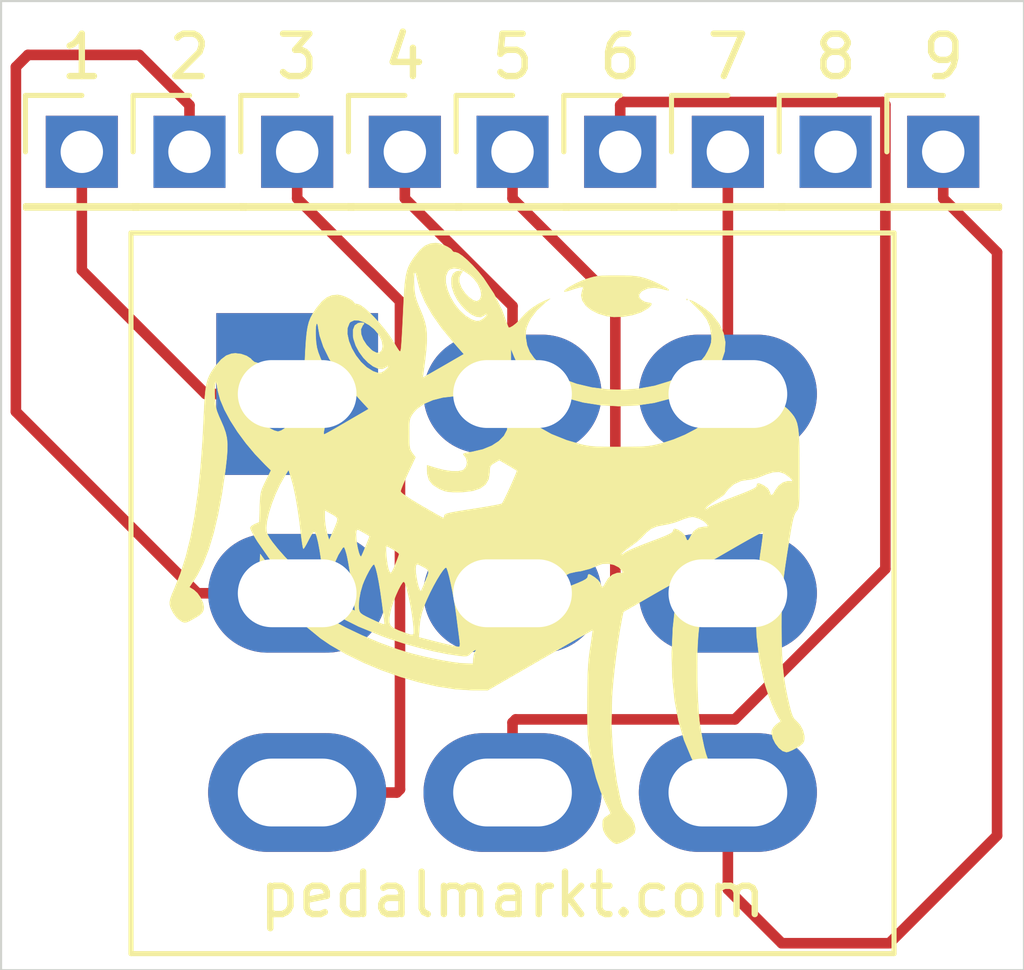
<source format=kicad_pcb>
(kicad_pcb (version 20171130) (host pcbnew "(5.1.5-0-10_14)")

  (general
    (thickness 1.6)
    (drawings 7)
    (tracks 41)
    (zones 0)
    (modules 11)
    (nets 10)
  )

  (page A4)
  (layers
    (0 F.Cu signal)
    (31 B.Cu signal)
    (32 B.Adhes user)
    (33 F.Adhes user)
    (34 B.Paste user)
    (35 F.Paste user)
    (36 B.SilkS user)
    (37 F.SilkS user)
    (38 B.Mask user)
    (39 F.Mask user)
    (40 Dwgs.User user)
    (41 Cmts.User user)
    (42 Eco1.User user hide)
    (43 Eco2.User user)
    (44 Edge.Cuts user)
    (45 Margin user)
    (46 B.CrtYd user)
    (47 F.CrtYd user)
    (48 B.Fab user)
    (49 F.Fab user)
  )

  (setup
    (last_trace_width 0.25)
    (trace_clearance 0.2)
    (zone_clearance 0.508)
    (zone_45_only no)
    (trace_min 0.2)
    (via_size 0.8)
    (via_drill 0.4)
    (via_min_size 0.4)
    (via_min_drill 0.3)
    (uvia_size 0.3)
    (uvia_drill 0.1)
    (uvias_allowed no)
    (uvia_min_size 0.2)
    (uvia_min_drill 0.1)
    (edge_width 0.05)
    (segment_width 0.2)
    (pcb_text_width 0.3)
    (pcb_text_size 1.5 1.5)
    (mod_edge_width 0.12)
    (mod_text_size 1 1)
    (mod_text_width 0.15)
    (pad_size 1.524 1.524)
    (pad_drill 0.762)
    (pad_to_mask_clearance 0.051)
    (solder_mask_min_width 0.25)
    (aux_axis_origin 0 0)
    (visible_elements FFFFFF7F)
    (pcbplotparams
      (layerselection 0x010f0_ffffffff)
      (usegerberextensions false)
      (usegerberattributes false)
      (usegerberadvancedattributes false)
      (creategerberjobfile false)
      (excludeedgelayer true)
      (linewidth 0.100000)
      (plotframeref false)
      (viasonmask false)
      (mode 1)
      (useauxorigin false)
      (hpglpennumber 1)
      (hpglpenspeed 20)
      (hpglpendiameter 15.000000)
      (psnegative false)
      (psa4output false)
      (plotreference true)
      (plotvalue true)
      (plotinvisibletext false)
      (padsonsilk false)
      (subtractmaskfromsilk false)
      (outputformat 1)
      (mirror false)
      (drillshape 0)
      (scaleselection 1)
      (outputdirectory "gerbers/breakout/"))
  )

  (net 0 "")
  (net 1 "Net-(H19-Pad1)")
  (net 2 "Net-(H20-Pad1)")
  (net 3 "Net-(H21-Pad1)")
  (net 4 "Net-(H22-Pad1)")
  (net 5 "Net-(H23-Pad1)")
  (net 6 "Net-(H24-Pad1)")
  (net 7 "Net-(H25-Pad1)")
  (net 8 "Net-(H26-Pad1)")
  (net 9 "Net-(H27-Pad1)")

  (net_class Default "This is the default net class."
    (clearance 0.2)
    (trace_width 0.25)
    (via_dia 0.8)
    (via_drill 0.4)
    (uvia_dia 0.3)
    (uvia_drill 0.1)
    (add_net "Net-(H19-Pad1)")
    (add_net "Net-(H20-Pad1)")
    (add_net "Net-(H21-Pad1)")
    (add_net "Net-(H22-Pad1)")
    (add_net "Net-(H23-Pad1)")
    (add_net "Net-(H24-Pad1)")
    (add_net "Net-(H25-Pad1)")
    (add_net "Net-(H26-Pad1)")
    (add_net "Net-(H27-Pad1)")
  )

  (net_class Power ""
    (clearance 0.25)
    (trace_width 0.3)
    (via_dia 0.8)
    (via_drill 0.4)
    (uvia_dia 0.3)
    (uvia_drill 0.1)
  )

  (module graphics:perry-18mm (layer F.Cu) (tedit 0) (tstamp 5FB85491)
    (at 229.87 62.865)
    (fp_text reference G*** (at 0 0) (layer F.SilkS) hide
      (effects (font (size 1.524 1.524) (thickness 0.3)))
    )
    (fp_text value LOGO (at 0.75 0) (layer F.SilkS) hide
      (effects (font (size 1.524 1.524) (thickness 0.3)))
    )
    (fp_poly (pts (xy 4.766419 -5.660124) (xy 4.75074 -5.644445) (xy 4.735061 -5.660124) (xy 4.75074 -5.675803)
      (xy 4.766419 -5.660124)) (layer F.SilkS) (width 0.01))
    (fp_poly (pts (xy 3.284926 -6.223216) (xy 3.433469 -6.21814) (xy 3.549456 -6.207812) (xy 3.647946 -6.190701)
      (xy 3.743999 -6.165279) (xy 3.778642 -6.154514) (xy 3.886812 -6.115258) (xy 4.005029 -6.064949)
      (xy 4.120481 -6.010107) (xy 4.220354 -5.957253) (xy 4.291835 -5.912909) (xy 4.322112 -5.883595)
      (xy 4.321027 -5.878476) (xy 4.286708 -5.87972) (xy 4.212409 -5.896324) (xy 4.157256 -5.911859)
      (xy 3.983707 -5.941025) (xy 3.82422 -5.924175) (xy 3.693949 -5.863272) (xy 3.676974 -5.849694)
      (xy 3.620866 -5.782067) (xy 3.618436 -5.717922) (xy 3.667161 -5.652985) (xy 3.753886 -5.602931)
      (xy 3.8539 -5.581776) (xy 3.858512 -5.581729) (xy 3.911216 -5.568668) (xy 3.907734 -5.530708)
      (xy 3.848612 -5.469682) (xy 3.817839 -5.445437) (xy 3.660306 -5.357289) (xy 3.462834 -5.292669)
      (xy 3.244942 -5.255153) (xy 3.026149 -5.248314) (xy 2.855 -5.26909) (xy 2.65495 -5.328852)
      (xy 2.489507 -5.413578) (xy 2.364094 -5.517235) (xy 2.284136 -5.63379) (xy 2.255056 -5.75721)
      (xy 2.282276 -5.881461) (xy 2.290239 -5.89737) (xy 2.303501 -5.940056) (xy 2.279752 -5.956883)
      (xy 2.212963 -5.947809) (xy 2.097102 -5.912795) (xy 2.047544 -5.895706) (xy 1.951601 -5.864667)
      (xy 1.882164 -5.847226) (xy 1.857262 -5.846359) (xy 1.867197 -5.87434) (xy 1.923017 -5.919726)
      (xy 2.012779 -5.975652) (xy 2.124539 -6.035249) (xy 2.246354 -6.091651) (xy 2.361819 -6.136467)
      (xy 2.467579 -6.171166) (xy 2.55883 -6.195367) (xy 2.650992 -6.210939) (xy 2.759484 -6.219751)
      (xy 2.899726 -6.223671) (xy 3.087139 -6.224568) (xy 3.088765 -6.224568) (xy 3.284926 -6.223216)) (layer F.SilkS) (width 0.01))
    (fp_poly (pts (xy -1.089908 -6.979565) (xy -0.991976 -6.945692) (xy -0.896326 -6.900144) (xy -0.821227 -6.851845)
      (xy -0.784949 -6.80972) (xy -0.783951 -6.80337) (xy -0.757143 -6.780667) (xy -0.706703 -6.773333)
      (xy -0.63987 -6.749639) (xy -0.5443 -6.684073) (xy -0.428919 -6.584914) (xy -0.302654 -6.460437)
      (xy -0.174429 -6.318921) (xy -0.053172 -6.168642) (xy -0.049842 -6.164226) (xy 0.197764 -5.79157)
      (xy 0.384775 -5.411419) (xy 0.441108 -5.262096) (xy 0.482283 -5.14631) (xy 0.516733 -5.055148)
      (xy 0.538777 -5.00344) (xy 0.542484 -4.997433) (xy 0.580633 -4.999321) (xy 0.646365 -5.036675)
      (xy 0.725146 -5.09849) (xy 0.80244 -5.173764) (xy 0.847979 -5.228709) (xy 0.953818 -5.34319)
      (xy 1.097938 -5.459948) (xy 1.258601 -5.563067) (xy 1.395432 -5.629506) (xy 1.520864 -5.679314)
      (xy 1.411111 -5.592362) (xy 1.209968 -5.40785) (xy 1.064357 -5.215103) (xy 1.011306 -5.115491)
      (xy 0.964567 -5.000391) (xy 0.944998 -4.899101) (xy 0.946535 -4.776836) (xy 0.948257 -4.753951)
      (xy 0.977526 -4.576517) (xy 1.039867 -4.421827) (xy 1.143817 -4.274051) (xy 1.285338 -4.128928)
      (xy 1.531045 -3.94139) (xy 1.821078 -3.787706) (xy 2.146445 -3.668704) (xy 2.498153 -3.585213)
      (xy 2.867212 -3.538062) (xy 3.24463 -3.528081) (xy 3.621415 -3.556099) (xy 3.988576 -3.622944)
      (xy 4.33712 -3.729446) (xy 4.562592 -3.826749) (xy 4.821612 -3.975374) (xy 5.024525 -4.140588)
      (xy 5.176855 -4.327383) (xy 5.239736 -4.438393) (xy 5.293188 -4.554246) (xy 5.321024 -4.643311)
      (xy 5.328922 -4.733148) (xy 5.323191 -4.843547) (xy 5.291797 -5.023729) (xy 5.223672 -5.184511)
      (xy 5.111052 -5.339917) (xy 4.968844 -5.48348) (xy 4.888322 -5.55943) (xy 4.83318 -5.616074)
      (xy 4.813055 -5.643373) (xy 4.814379 -5.644445) (xy 4.87551 -5.625869) (xy 4.969227 -5.57683)
      (xy 5.080231 -5.50736) (xy 5.19322 -5.427492) (xy 5.292891 -5.34726) (xy 5.348328 -5.294353)
      (xy 5.509735 -5.084842) (xy 5.610889 -4.869443) (xy 5.653545 -4.651692) (xy 5.639453 -4.435126)
      (xy 5.570366 -4.223282) (xy 5.448036 -4.019696) (xy 5.274216 -3.827905) (xy 5.050657 -3.651446)
      (xy 4.779112 -3.493855) (xy 4.461333 -3.35867) (xy 4.374444 -3.328647) (xy 3.975822 -3.223352)
      (xy 3.559565 -3.162335) (xy 3.135192 -3.144464) (xy 2.712225 -3.168607) (xy 2.300184 -3.233631)
      (xy 1.90859 -3.338405) (xy 1.546964 -3.481795) (xy 1.224825 -3.662669) (xy 1.154283 -3.711649)
      (xy 0.974338 -3.857652) (xy 0.839107 -4.008314) (xy 0.732524 -4.183756) (xy 0.674129 -4.312953)
      (xy 0.597291 -4.499877) (xy 0.596546 -4.027358) (xy 0.601408 -3.757408) (xy 0.619466 -3.538163)
      (xy 0.654516 -3.358318) (xy 0.710356 -3.206571) (xy 0.790781 -3.071618) (xy 0.899588 -2.942156)
      (xy 0.991362 -2.851829) (xy 1.243957 -2.65505) (xy 1.550905 -2.48406) (xy 1.908632 -2.340617)
      (xy 2.216066 -2.250136) (xy 2.316594 -2.226171) (xy 2.411051 -2.208339) (xy 2.511162 -2.195793)
      (xy 2.62865 -2.187687) (xy 2.775236 -2.183173) (xy 2.962644 -2.181407) (xy 3.16716 -2.181443)
      (xy 3.395083 -2.182495) (xy 3.572286 -2.185058) (xy 3.71076 -2.190169) (xy 3.822501 -2.198864)
      (xy 3.919499 -2.212179) (xy 4.01375 -2.23115) (xy 4.117247 -2.256813) (xy 4.154938 -2.266784)
      (xy 4.433812 -2.355454) (xy 4.70469 -2.468203) (xy 4.953153 -2.59769) (xy 5.164784 -2.736574)
      (xy 5.296128 -2.847794) (xy 5.455797 -3.023936) (xy 5.56523 -3.197628) (xy 5.633164 -3.387759)
      (xy 5.668339 -3.613217) (xy 5.671947 -3.660216) (xy 5.691481 -3.951483) (xy 6.35 -3.574256)
      (xy 6.589048 -3.435419) (xy 6.778947 -3.320531) (xy 6.926455 -3.225116) (xy 7.038327 -3.144695)
      (xy 7.121318 -3.074792) (xy 7.156634 -3.039704) (xy 7.221021 -2.968364) (xy 7.272981 -2.900231)
      (xy 7.313842 -2.827766) (xy 7.344929 -2.743426) (xy 7.367568 -2.63967) (xy 7.383087 -2.508957)
      (xy 7.392809 -2.343744) (xy 7.398063 -2.13649) (xy 7.400175 -1.879655) (xy 7.400493 -1.652971)
      (xy 7.400389 -1.390905) (xy 7.399716 -1.184177) (xy 7.397937 -1.025412) (xy 7.394516 -0.907232)
      (xy 7.388913 -0.822259) (xy 7.380593 -0.763118) (xy 7.369016 -0.722431) (xy 7.353646 -0.692821)
      (xy 7.333945 -0.66691) (xy 7.328131 -0.659969) (xy 7.301048 -0.619934) (xy 7.27661 -0.563184)
      (xy 7.252684 -0.480942) (xy 7.22714 -0.364433) (xy 7.197845 -0.204882) (xy 7.162668 0.006487)
      (xy 7.155643 0.050113) (xy 7.107128 0.35624) (xy 7.068344 0.612892) (xy 7.038216 0.832371)
      (xy 7.015666 1.02698) (xy 6.999618 1.209022) (xy 6.988995 1.390799) (xy 6.982721 1.584614)
      (xy 6.979718 1.802769) (xy 6.978911 2.057567) (xy 6.97891 2.06963) (xy 6.981647 2.419703)
      (xy 6.99086 2.721205) (xy 7.007961 2.988076) (xy 7.034364 3.234254) (xy 7.071484 3.473681)
      (xy 7.120735 3.720295) (xy 7.166409 3.918044) (xy 7.205121 4.066328) (xy 7.239585 4.166043)
      (xy 7.275567 4.230534) (xy 7.318833 4.273145) (xy 7.320333 4.274246) (xy 7.414423 4.373241)
      (xy 7.484897 4.504429) (xy 7.519303 4.641465) (xy 7.519848 4.696339) (xy 7.508164 4.763271)
      (xy 7.477691 4.814166) (xy 7.414943 4.865109) (xy 7.337777 4.913512) (xy 7.236513 4.968117)
      (xy 7.147207 5.005676) (xy 7.097159 5.017154) (xy 7.006717 4.989067) (xy 6.91609 4.915039)
      (xy 6.835859 4.810911) (xy 6.776605 4.692528) (xy 6.74891 4.575733) (xy 6.753988 4.503318)
      (xy 6.792383 4.432793) (xy 6.860093 4.36421) (xy 6.868341 4.3581) (xy 6.9632 4.290555)
      (xy 6.899408 4.187337) (xy 6.827784 4.052497) (xy 6.74983 3.873819) (xy 6.672362 3.668785)
      (xy 6.602198 3.454879) (xy 6.56973 3.341778) (xy 6.45868 2.82573) (xy 6.393806 2.269042)
      (xy 6.375152 1.673561) (xy 6.402764 1.041135) (xy 6.476688 0.373613) (xy 6.494063 0.255468)
      (xy 6.516475 0.101071) (xy 6.533394 -0.029722) (xy 6.543452 -0.125146) (xy 6.545284 -0.17344)
      (xy 6.544258 -0.176812) (xy 6.514475 -0.165687) (xy 6.438288 -0.127114) (xy 6.323433 -0.065299)
      (xy 6.177646 0.015549) (xy 6.008664 0.111224) (xy 5.901758 0.17261) (xy 5.272809 0.535583)
      (xy 5.241414 0.683285) (xy 5.213925 0.826847) (xy 5.181733 1.017757) (xy 5.146986 1.241019)
      (xy 5.111833 1.48164) (xy 5.078425 1.724628) (xy 5.04891 1.954987) (xy 5.025436 2.157725)
      (xy 5.014638 2.265389) (xy 5.001253 2.46635) (xy 4.993249 2.707626) (xy 4.99034 2.976209)
      (xy 4.992241 3.259093) (xy 4.998666 3.543269) (xy 5.009331 3.815729) (xy 5.02395 4.063467)
      (xy 5.042238 4.273474) (xy 5.061939 4.421481) (xy 5.109909 4.687582) (xy 5.154634 4.899419)
      (xy 5.198678 5.065176) (xy 5.244606 5.193036) (xy 5.294982 5.291182) (xy 5.352372 5.367796)
      (xy 5.361709 5.377901) (xy 5.466476 5.513735) (xy 5.529463 5.650964) (xy 5.544986 5.775797)
      (xy 5.539458 5.809085) (xy 5.499897 5.8693) (xy 5.419683 5.938336) (xy 5.317432 6.004508)
      (xy 5.211759 6.056131) (xy 5.12128 6.08152) (xy 5.103993 6.082413) (xy 5.00952 6.0527)
      (xy 4.916784 5.976575) (xy 4.837571 5.869532) (xy 4.78367 5.747063) (xy 4.766537 5.638878)
      (xy 4.778766 5.548297) (xy 4.826137 5.479719) (xy 4.865698 5.445861) (xy 4.964976 5.368164)
      (xy 4.85143 5.137847) (xy 4.681774 4.730718) (xy 4.550603 4.277857) (xy 4.458288 3.783343)
      (xy 4.405202 3.251252) (xy 4.391719 2.685661) (xy 4.418211 2.090647) (xy 4.485052 1.470289)
      (xy 4.503936 1.339264) (xy 4.523185 1.200909) (xy 4.536146 1.086894) (xy 4.541488 1.01053)
      (xy 4.53924 0.985331) (xy 4.508937 0.995977) (xy 4.432267 1.034248) (xy 4.316926 1.095973)
      (xy 4.170608 1.176984) (xy 4.001005 1.273111) (xy 3.88593 1.3394) (xy 3.248162 1.709012)
      (xy 3.20695 1.912839) (xy 3.163254 2.152485) (xy 3.119184 2.436382) (xy 3.077047 2.746124)
      (xy 3.039152 3.063304) (xy 3.007804 3.369516) (xy 2.985312 3.646352) (xy 2.980926 3.715926)
      (xy 2.967041 4.395896) (xy 3.004335 5.063607) (xy 3.091991 5.708764) (xy 3.169251 6.08432)
      (xy 3.205051 6.223901) (xy 3.240142 6.320528) (xy 3.28357 6.393196) (xy 3.344381 6.460903)
      (xy 3.352248 6.4686) (xy 3.444637 6.582217) (xy 3.506664 6.706938) (xy 3.532414 6.826024)
      (xy 3.515973 6.922738) (xy 3.514053 6.926471) (xy 3.463155 6.982395) (xy 3.374517 7.048197)
      (xy 3.269012 7.111448) (xy 3.167515 7.159718) (xy 3.090901 7.180581) (xy 3.087077 7.180693)
      (xy 3.026855 7.159135) (xy 2.952527 7.104678) (xy 2.92621 7.079074) (xy 2.831367 6.965731)
      (xy 2.779441 6.863844) (xy 2.760344 6.75135) (xy 2.759506 6.714452) (xy 2.767568 6.625204)
      (xy 2.801358 6.56988) (xy 2.85358 6.53316) (xy 2.916393 6.491284) (xy 2.947058 6.461473)
      (xy 2.947654 6.459034) (xy 2.934434 6.424133) (xy 2.89941 6.348405) (xy 2.849536 6.246758)
      (xy 2.83745 6.22277) (xy 2.717921 5.950073) (xy 2.60921 5.629186) (xy 2.515794 5.274313)
      (xy 2.470191 5.057496) (xy 2.448622 4.93904) (xy 2.431954 4.82973) (xy 2.419607 4.71906)
      (xy 2.411003 4.596527) (xy 2.40556 4.451624) (xy 2.402701 4.273848) (xy 2.401845 4.052693)
      (xy 2.402251 3.825679) (xy 2.403983 3.542395) (xy 2.407576 3.310506) (xy 2.413632 3.118705)
      (xy 2.422753 2.955684) (xy 2.43554 2.810134) (xy 2.452594 2.670748) (xy 2.469776 2.555679)
      (xy 2.493149 2.403991) (xy 2.511413 2.276518) (xy 2.522988 2.185005) (xy 2.526295 2.141198)
      (xy 2.525801 2.139168) (xy 2.497751 2.152543) (xy 2.420903 2.194342) (xy 2.300685 2.261487)
      (xy 2.142527 2.350896) (xy 1.95186 2.459491) (xy 1.734111 2.58419) (xy 1.494712 2.721913)
      (xy 1.282049 2.844724) (xy 0.047037 3.559136) (xy -0.32926 3.556214) (xy -0.711116 3.532339)
      (xy -1.126467 3.469005) (xy -1.563612 3.370233) (xy -2.010848 3.240042) (xy -2.456474 3.082455)
      (xy -2.888787 2.901492) (xy -3.296087 2.701173) (xy -3.66667 2.485519) (xy -3.891809 2.332105)
      (xy -4.304484 1.993675) (xy -4.682098 1.610081) (xy -5.014796 1.191899) (xy -5.167897 0.962494)
      (xy -5.24439 0.837511) (xy -5.292381 0.748142) (xy -5.317829 0.677603) (xy -5.326697 0.60911)
      (xy -5.324946 0.525879) (xy -5.324687 0.521049) (xy -5.315186 0.345695) (xy -5.129767 0.597019)
      (xy -4.971205 0.792536) (xy -4.774336 1.005351) (xy -4.554718 1.220641) (xy -4.327911 1.423588)
      (xy -4.109476 1.599369) (xy -3.981997 1.690273) (xy -3.666899 1.884315) (xy -3.30585 2.07792)
      (xy -2.915211 2.263552) (xy -2.511345 2.433678) (xy -2.110614 2.580761) (xy -1.904545 2.646962)
      (xy -1.701559 2.704009) (xy -1.474355 2.760212) (xy -1.237755 2.812591) (xy -1.006581 2.858167)
      (xy -0.795654 2.893963) (xy -0.619798 2.917) (xy -0.526513 2.923903) (xy -0.297902 2.931975)
      (xy -0.287726 2.806941) (xy -0.273313 2.716689) (xy -0.250465 2.650938) (xy -0.244688 2.642311)
      (xy -0.223387 2.606526) (xy -0.239662 2.602659) (xy -0.280583 2.62545) (xy -0.333219 2.669636)
      (xy -0.347312 2.684069) (xy -0.394953 2.729056) (xy -0.443058 2.750641) (xy -0.512876 2.753699)
      (xy -0.611482 2.744678) (xy -0.893204 2.703409) (xy -1.214541 2.638957) (xy -1.558712 2.555571)
      (xy -1.908932 2.4575) (xy -2.24842 2.348991) (xy -2.36118 2.308851) (xy -1.576016 2.308851)
      (xy -1.313255 2.376903) (xy -1.117091 2.426851) (xy -0.940091 2.470297) (xy -0.792867 2.504751)
      (xy -0.68603 2.527721) (xy -0.633079 2.536526) (xy -0.60815 2.52116) (xy -0.603801 2.461968)
      (xy -0.60951 2.406728) (xy -0.619652 2.328828) (xy -0.635848 2.203393) (xy -0.65621 2.045098)
      (xy -0.678848 1.868618) (xy -0.68964 1.784323) (xy -0.715888 1.599765) (xy -0.744004 1.429986)
      (xy 1.200946 1.429986) (xy 1.20643 1.432471) (xy 1.232123 1.413474) (xy 1.278393 1.388906)
      (xy 1.373161 1.346881) (xy 1.506103 1.291688) (xy 1.66689 1.227614) (xy 1.843605 1.159552)
      (xy 2.042555 1.083194) (xy 2.189708 1.023902) (xy 2.292472 0.978044) (xy 2.358251 0.941987)
      (xy 2.394451 0.912098) (xy 2.408478 0.884744) (xy 2.408909 0.882266) (xy 2.418169 0.836137)
      (xy 2.437018 0.820916) (xy 2.479582 0.837436) (xy 2.559986 0.886525) (xy 2.568059 0.891621)
      (xy 2.651517 0.959754) (xy 2.703489 1.032222) (xy 2.709144 1.048411) (xy 2.736898 1.114865)
      (xy 2.770874 1.119009) (xy 2.810656 1.060893) (xy 2.822485 1.03418) (xy 2.894109 0.918561)
      (xy 2.992797 0.833614) (xy 3.101957 0.791519) (xy 3.154757 0.790284) (xy 3.221676 0.7943)
      (xy 3.239419 0.778615) (xy 3.225457 0.744336) (xy 3.147117 0.658323) (xy 3.029394 0.598141)
      (xy 2.892031 0.5687) (xy 2.754768 0.574908) (xy 2.665432 0.60505) (xy 2.461074 0.690238)
      (xy 2.246466 0.746451) (xy 2.140752 0.760905) (xy 1.982839 0.796655) (xy 1.838484 0.869839)
      (xy 1.727307 0.96906) (xy 1.692077 1.021483) (xy 1.643317 1.079128) (xy 1.559032 1.149609)
      (xy 1.474007 1.207175) (xy 1.371415 1.274764) (xy 1.283356 1.341939) (xy 1.237033 1.385538)
      (xy 1.200946 1.429986) (xy -0.744004 1.429986) (xy -0.747981 1.405974) (xy -0.783616 1.213863)
      (xy -0.820488 1.034349) (xy -0.856292 0.878346) (xy -0.888723 0.756768) (xy -0.915477 0.68053)
      (xy -0.926563 0.662244) (xy -0.956544 0.671425) (xy -1.007309 0.728531) (xy -1.07353 0.824464)
      (xy -1.14988 0.950126) (xy -1.231031 1.09642) (xy -1.311656 1.254248) (xy -1.386428 1.414512)
      (xy -1.436012 1.532221) (xy -1.504628 1.727584) (xy -1.544114 1.904765) (xy -1.559951 2.055969)
      (xy -1.576016 2.308851) (xy -2.36118 2.308851) (xy -2.430247 2.284265) (xy -2.997969 2.051793)
      (xy -3.510476 1.795335) (xy -3.971659 1.511876) (xy -4.385407 1.198404) (xy -4.755612 0.851904)
      (xy -5.086162 0.469365) (xy -5.38095 0.047771) (xy -5.438683 -0.046019) (xy -5.495012 -0.145424)
      (xy -5.53515 -0.227437) (xy -5.550099 -0.273306) (xy -5.174074 -0.273306) (xy -5.167761 -0.189418)
      (xy -5.143207 -0.112954) (xy -5.091992 -0.024298) (xy -5.0289 0.064874) (xy -4.898938 0.227565)
      (xy -4.733743 0.413642) (xy -4.547805 0.608263) (xy -4.355612 0.796588) (xy -4.171651 0.963774)
      (xy -4.062693 1.054607) (xy -3.957582 1.136074) (xy -3.871677 1.198584) (xy -3.81586 1.234457)
      (xy -3.800521 1.239615) (xy -3.799324 1.205471) (xy -3.804181 1.131932) (xy -3.700247 1.131932)
      (xy -3.696928 1.238325) (xy -3.681864 1.30331) (xy -3.647402 1.348063) (xy -3.612203 1.375459)
      (xy -3.541527 1.422427) (xy -3.446195 1.481473) (xy -3.340057 1.544593) (xy -3.236961 1.603781)
      (xy -3.150757 1.651033) (xy -3.095293 1.678344) (xy -3.082362 1.681703) (xy -3.083766 1.649609)
      (xy -3.092548 1.565259) (xy -3.092711 1.563875) (xy -2.994843 1.563875) (xy -2.98926 1.642335)
      (xy -2.97684 1.694713) (xy -2.951785 1.73576) (xy -2.902622 1.774833) (xy -2.81788 1.821291)
      (xy -2.701006 1.877484) (xy -2.562826 1.941757) (xy -2.471502 1.98161) (xy -2.417513 2.00009)
      (xy -2.391334 2.000247) (xy -2.383442 1.985127) (xy -2.38321 1.979205) (xy -2.385477 1.956507)
      (xy -2.273948 1.956507) (xy -2.243834 2.033466) (xy -2.174367 2.091971) (xy -2.058599 2.145847)
      (xy -2.005429 2.166327) (xy -1.86724 2.216865) (xy -1.77707 2.244515) (xy -1.724798 2.249912)
      (xy -1.700305 2.233692) (xy -1.693472 2.196489) (xy -1.693334 2.18592) (xy -1.699181 2.062824)
      (xy -1.715243 1.911097) (xy -1.739297 1.742004) (xy -1.769123 1.566811) (xy -1.802499 1.396782)
      (xy -1.837203 1.243183) (xy -1.871014 1.117279) (xy -1.901712 1.030336) (xy -1.927074 0.993617)
      (xy -1.928519 0.993232) (xy -1.960727 1.016837) (xy -2.006831 1.087313) (xy -2.061102 1.191964)
      (xy -2.117808 1.318093) (xy -2.171219 1.453006) (xy -2.215604 1.584007) (xy -2.243913 1.691936)
      (xy -2.271658 1.847272) (xy -2.273948 1.956507) (xy -2.385477 1.956507) (xy -2.38713 1.939964)
      (xy -2.39794 1.849955) (xy -2.414219 1.72057) (xy -2.434543 1.563205) (xy -2.446827 1.469637)
      (xy -2.483002 1.215698) (xy -2.519685 0.995549) (xy -2.555525 0.815691) (xy -2.58917 0.682626)
      (xy -2.619267 0.602857) (xy -2.630332 0.587002) (xy -2.655805 0.599482) (xy -2.699069 0.657045)
      (xy -2.753075 0.747184) (xy -2.810779 0.857394) (xy -2.865135 0.975168) (xy -2.903314 1.071526)
      (xy -2.95219 1.23862) (xy -2.983868 1.410497) (xy -2.994843 1.563875) (xy -3.092711 1.563875)
      (xy -3.107541 1.438532) (xy -3.127579 1.279304) (xy -3.150919 1.10173) (xy -3.17903 0.903519)
      (xy -3.208944 0.712391) (xy -3.238179 0.542891) (xy -3.264251 0.409569) (xy -3.281026 0.339229)
      (xy -3.311134 0.237655) (xy -3.332778 0.187758) (xy -3.352753 0.180384) (xy -3.377857 0.206378)
      (xy -3.378766 0.207587) (xy -3.475687 0.364523) (xy -3.563818 0.557683) (xy -3.635633 0.765429)
      (xy -3.683607 0.966122) (xy -3.700247 1.131932) (xy -3.804181 1.131932) (xy -3.804936 1.120501)
      (xy -3.816376 0.996106) (xy -3.832663 0.843691) (xy -3.840264 0.777869) (xy -3.87629 0.497129)
      (xy -3.912918 0.258869) (xy -3.949279 0.067154) (xy -3.984505 -0.073951) (xy -4.017726 -0.160383)
      (xy -4.046687 -0.188148) (xy -4.074425 -0.162036) (xy -4.119209 -0.093204) (xy -4.171875 0.004086)
      (xy -4.177641 0.015679) (xy -4.229104 0.114986) (xy -4.271447 0.187525) (xy -4.296328 0.219135)
      (xy -4.297692 0.219506) (xy -4.308438 0.190319) (xy -4.32322 0.110866) (xy -4.340082 -0.006689)
      (xy -4.356936 -0.148951) (xy -4.394878 -0.462979) (xy -4.401416 -0.507411) (xy -3.794321 -0.507411)
      (xy -3.784301 -0.366802) (xy -3.758879 -0.217553) (xy -3.742603 -0.154642) (xy -3.690884 0.015679)
      (xy -3.63014 -0.117312) (xy -3.057459 -0.117312) (xy -3.052228 -0.017555) (xy -3.037657 0.096026)
      (xy -3.016541 0.209335) (xy -2.991676 0.308273) (xy -2.965858 0.378742) (xy -2.941883 0.406643)
      (xy -2.93323 0.4025) (xy -2.917632 0.370634) (xy -2.884475 0.295309) (xy -2.868909 0.258724)
      (xy -2.350002 0.258724) (xy -2.344086 0.361619) (xy -2.332366 0.477332) (xy -2.316335 0.589517)
      (xy -2.297489 0.681822) (xy -2.287349 0.715771) (xy -2.262341 0.773922) (xy -2.238333 0.7924)
      (xy -2.209788 0.766296) (xy -2.171166 0.6907) (xy -2.169972 0.687841) (xy -1.65197 0.687841)
      (xy -1.646512 0.783443) (xy -1.63142 0.895266) (xy -1.609624 1.009112) (xy -1.58405 1.110786)
      (xy -1.557629 1.186089) (xy -1.533286 1.220824) (xy -1.522119 1.217809) (xy -1.506524 1.185945)
      (xy -1.473362 1.110609) (xy -1.42898 1.006305) (xy -1.415326 0.97369) (xy -1.366565 0.855169)
      (xy -1.344389 0.779015) (xy -1.353297 0.728894) (xy -1.397789 0.688476) (xy -1.482365 0.641427)
      (xy -1.511032 0.626327) (xy -1.584538 0.589611) (xy -1.621154 0.582722) (xy -1.638893 0.605166)
      (xy -1.644868 0.622658) (xy -1.65197 0.687841) (xy -2.169972 0.687841) (xy -2.119417 0.566877)
      (xy -2.07883 0.463043) (xy -2.049729 0.38268) (xy -2.038886 0.344938) (xy 3.203793 0.344938)
      (xy 3.209104 0.364762) (xy 3.251899 0.33631) (xy 3.264772 0.325067) (xy 3.317759 0.292862)
      (xy 3.418844 0.244583) (xy 3.556975 0.185017) (xy 3.721105 0.118949) (xy 3.880184 0.058524)
      (xy 4.081676 -0.017269) (xy 4.229908 -0.07658) (xy 4.331236 -0.1224) (xy 4.392017 -0.157719)
      (xy 4.418606 -0.185527) (xy 4.42111 -0.195988) (xy 4.439847 -0.242411) (xy 4.460679 -0.250747)
      (xy 4.53678 -0.227662) (xy 4.622387 -0.171503) (xy 4.692911 -0.101352) (xy 4.72194 -0.04801)
      (xy 4.748458 0.017617) (xy 4.780187 0.021216) (xy 4.818129 -0.037323) (xy 4.827852 -0.059619)
      (xy 4.909128 -0.190634) (xy 5.020314 -0.271296) (xy 5.143576 -0.296476) (xy 5.220541 -0.299099)
      (xy 5.24654 -0.312732) (xy 5.233278 -0.34602) (xy 5.225941 -0.35731) (xy 5.149125 -0.431318)
      (xy 5.037433 -0.493189) (xy 4.918683 -0.529084) (xy 4.872612 -0.533087) (xy 4.790428 -0.519942)
      (xy 4.680401 -0.485966) (xy 4.595519 -0.451376) (xy 4.458189 -0.400308) (xy 4.303201 -0.359521)
      (xy 4.221118 -0.345368) (xy 4.03921 -0.310404) (xy 3.899882 -0.251328) (xy 3.784809 -0.158991)
      (xy 3.734762 -0.102568) (xy 3.659975 -0.026111) (xy 3.553562 0.064376) (xy 3.437481 0.150331)
      (xy 3.427936 0.15679) (xy 3.327594 0.228575) (xy 3.249408 0.292836) (xy 3.207124 0.338034)
      (xy 3.203793 0.344938) (xy -2.038886 0.344938) (xy -2.038279 0.342828) (xy -2.038272 0.342511)
      (xy -2.062797 0.316307) (xy -2.123488 0.272839) (xy -2.201017 0.224065) (xy -2.276059 0.181943)
      (xy -2.329285 0.158431) (xy -2.338444 0.15679) (xy -2.34862 0.184998) (xy -2.350002 0.258724)
      (xy -2.868909 0.258724) (xy -2.840113 0.191047) (xy -2.826615 0.158806) (xy -2.782375 0.050166)
      (xy -2.750596 -0.032902) (xy -2.736563 -0.076401) (xy -2.736585 -0.07963) (xy -2.765441 -0.096883)
      (xy -2.831845 -0.135586) (xy -2.888931 -0.168606) (xy -2.973062 -0.215616) (xy -3.018242 -0.232603)
      (xy -3.039498 -0.221475) (xy -3.050554 -0.189144) (xy -3.057459 -0.117312) (xy -3.63014 -0.117312)
      (xy -3.602973 -0.176788) (xy -3.554706 -0.287591) (xy -3.516117 -0.385451) (xy -3.497233 -0.443331)
      (xy -3.494648 -0.490256) (xy -3.52096 -0.530052) (xy -3.587644 -0.57589) (xy -3.636863 -0.603633)
      (xy -3.794321 -0.689858) (xy -3.794321 -0.507411) (xy -4.401416 -0.507411) (xy -4.438813 -0.761527)
      (xy -4.48662 -1.032432) (xy -4.508311 -1.13359) (xy -2.006327 -1.13359) (xy -1.978336 -1.096643)
      (xy -1.896373 -1.03337) (xy -1.762658 -0.945295) (xy -1.579413 -0.833942) (xy -1.512438 -0.794667)
      (xy -1.353818 -0.702891) (xy -1.213763 -0.622933) (xy -1.101297 -0.559857) (xy -1.025444 -0.518727)
      (xy -0.995618 -0.504605) (xy -0.975942 -0.528002) (xy -0.972099 -0.558583) (xy -0.965835 -0.578468)
      (xy -0.942066 -0.596376) (xy -0.893326 -0.614089) (xy -0.812147 -0.633388) (xy -0.691063 -0.656058)
      (xy -0.522609 -0.683879) (xy -0.410081 -0.701401) (xy 5.179781 -0.701401) (xy 5.190038 -0.699685)
      (xy 5.239342 -0.736669) (xy 5.24748 -0.743066) (xy 5.302765 -0.774618) (xy 5.405801 -0.822549)
      (xy 5.545315 -0.882032) (xy 5.710037 -0.948237) (xy 5.86297 -1.006757) (xy 6.071261 -1.086464)
      (xy 6.224252 -1.149469) (xy 6.32647 -1.19789) (xy 6.38244 -1.233843) (xy 6.397037 -1.256492)
      (xy 6.406242 -1.309537) (xy 6.440782 -1.322946) (xy 6.511039 -1.297875) (xy 6.55715 -1.274307)
      (xy 6.65675 -1.202392) (xy 6.700487 -1.12105) (xy 6.723554 -1.053256) (xy 6.754857 -1.043166)
      (xy 6.797767 -1.09174) (xy 6.835719 -1.159601) (xy 6.915266 -1.268379) (xy 7.018011 -1.343557)
      (xy 7.126733 -1.374207) (xy 7.169333 -1.371309) (xy 7.229849 -1.368434) (xy 7.236195 -1.394258)
      (xy 7.188428 -1.450206) (xy 7.173148 -1.464443) (xy 7.051683 -1.553001) (xy 6.926503 -1.594106)
      (xy 6.785756 -1.588525) (xy 6.617588 -1.537024) (xy 6.543174 -1.505185) (xy 6.394044 -1.448058)
      (xy 6.259076 -1.415432) (xy 6.201738 -1.410423) (xy 6.02917 -1.382972) (xy 5.865872 -1.309626)
      (xy 5.735838 -1.201283) (xy 5.732381 -1.197226) (xy 5.677827 -1.129252) (xy 5.643431 -1.08056)
      (xy 5.639604 -1.073272) (xy 5.609272 -1.044996) (xy 5.539281 -0.994999) (xy 5.443977 -0.933446)
      (xy 5.430863 -0.925363) (xy 5.328752 -0.857247) (xy 5.24648 -0.792301) (xy 5.200863 -0.743892)
      (xy 5.199508 -0.741524) (xy 5.179781 -0.701401) (xy -0.410081 -0.701401) (xy -0.305741 -0.717648)
      (xy -0.107958 -0.748939) (xy 0.068922 -0.778737) (xy 0.215463 -0.805303) (xy 0.322228 -0.826899)
      (xy 0.379781 -0.841787) (xy 0.386643 -0.845179) (xy 0.410958 -0.883756) (xy 0.452429 -0.964106)
      (xy 0.505259 -1.073437) (xy 0.56365 -1.198959) (xy 0.621804 -1.327881) (xy 0.673923 -1.447414)
      (xy 0.71421 -1.544765) (xy 0.736865 -1.607146) (xy 0.739252 -1.623052) (xy 0.707429 -1.644366)
      (xy 0.635885 -1.688169) (xy 0.539196 -1.74556) (xy 0.524604 -1.754102) (xy 0.32347 -1.871638)
      (xy 0.209079 -1.806004) (xy 0.14118 -1.762298) (xy 0.107309 -1.717615) (xy 0.095647 -1.648669)
      (xy 0.094381 -1.57997) (xy 0.070138 -1.42172) (xy -0.002897 -1.297367) (xy -0.12619 -1.205967)
      (xy -0.301209 -1.146577) (xy -0.529419 -1.118251) (xy -0.627161 -1.115458) (xy -0.775611 -1.116437)
      (xy -0.882196 -1.124502) (xy -0.967673 -1.143357) (xy -1.052803 -1.176702) (xy -1.102143 -1.200172)
      (xy -1.246387 -1.292369) (xy -1.33536 -1.404733) (xy -1.375699 -1.547402) (xy -1.379753 -1.624229)
      (xy -1.379753 -1.749473) (xy -1.183766 -1.688297) (xy -0.984994 -1.636541) (xy -0.804056 -1.609029)
      (xy -0.652677 -1.606566) (xy -0.542584 -1.629958) (xy -0.518648 -1.642601) (xy -0.457693 -1.716066)
      (xy -0.437094 -1.814848) (xy -0.458443 -1.91496) (xy -0.496863 -1.97069) (xy -0.523084 -2.000449)
      (xy -0.522548 -2.020454) (xy -0.485556 -2.035892) (xy -0.402407 -2.051953) (xy -0.320711 -2.06492)
      (xy -0.06543 -2.123569) (xy 0.146522 -2.209887) (xy 0.313563 -2.31835) (xy 0.434109 -2.443434)
      (xy 0.50658 -2.579616) (xy 0.529392 -2.721372) (xy 0.500965 -2.863179) (xy 0.419714 -2.999514)
      (xy 0.28406 -3.124853) (xy 0.092418 -3.233672) (xy 0.022405 -3.262798) (xy -0.227079 -3.336778)
      (xy -0.488785 -3.374798) (xy -0.752335 -3.378541) (xy -1.00735 -3.349688) (xy -1.243452 -3.289924)
      (xy -1.450264 -3.20093) (xy -1.617407 -3.08439) (xy -1.708966 -2.982096) (xy -1.749801 -2.921109)
      (xy -1.776709 -2.866868) (xy -1.792591 -2.804302) (xy -1.800346 -2.71834) (xy -1.802873 -2.593912)
      (xy -1.803087 -2.492889) (xy -1.801986 -2.335405) (xy -1.797147 -2.226427) (xy -1.786264 -2.151761)
      (xy -1.767033 -2.097213) (xy -1.737149 -2.04859) (xy -1.729151 -2.037597) (xy -1.655215 -1.937593)
      (xy -1.831065 -1.56146) (xy -1.896647 -1.417333) (xy -1.951028 -1.290486) (xy -1.98915 -1.193267)
      (xy -2.005954 -1.138022) (xy -2.006327 -1.13359) (xy -4.508311 -1.13359) (xy -4.536175 -1.263531)
      (xy -4.57956 -1.424365) (xy -4.646852 -1.641445) (xy -4.744001 -1.487081) (xy -4.85463 -1.290792)
      (xy -4.956869 -1.071257) (xy -5.045323 -0.843705) (xy -5.114596 -0.623364) (xy -5.159291 -0.425463)
      (xy -5.174074 -0.273306) (xy -5.550099 -0.273306) (xy -5.550371 -0.274138) (xy -5.524099 -0.313101)
      (xy -5.459357 -0.354364) (xy -5.444034 -0.361211) (xy -5.337697 -0.405641) (xy -5.326379 -0.76219)
      (xy -5.320322 -0.919964) (xy -5.311063 -1.034231) (xy -5.294264 -1.124193) (xy -5.265586 -1.209048)
      (xy -5.22069 -1.307997) (xy -5.188073 -1.374255) (xy -5.061086 -1.629771) (xy -5.198356 -1.763466)
      (xy -5.434679 -2.010302) (xy -5.654286 -2.272001) (xy -5.851862 -2.540098) (xy -6.022094 -2.806133)
      (xy -6.159667 -3.06164) (xy -6.259268 -3.298159) (xy -6.315582 -3.507225) (xy -6.317639 -3.521611)
      (xy -5.64969 -3.521611) (xy -5.629758 -3.369307) (xy -5.57967 -3.204526) (xy -5.502326 -3.039519)
      (xy -5.400626 -2.886537) (xy -5.379298 -2.860443) (xy -5.291453 -2.77214) (xy -5.182566 -2.684014)
      (xy -5.072673 -2.610625) (xy -4.981813 -2.566532) (xy -4.970089 -2.563095) (xy -4.916828 -2.548717)
      (xy -4.901733 -2.543638) (xy -4.871891 -2.550679) (xy -4.817405 -2.569857) (xy -4.744274 -2.616123)
      (xy -4.705145 -2.66274) (xy -4.685882 -2.703068) (xy -4.697733 -2.708299) (xy -4.751347 -2.680083)
      (xy -4.765377 -2.672081) (xy -4.824152 -2.642231) (xy -4.871699 -2.636801) (xy -4.931889 -2.657966)
      (xy -5.001581 -2.693602) (xy -5.164498 -2.807314) (xy -5.307651 -2.959134) (xy -5.421043 -3.133892)
      (xy -5.494675 -3.316416) (xy -5.518706 -3.478272) (xy -5.512098 -3.523858) (xy -5.314058 -3.523858)
      (xy -5.282754 -3.35493) (xy -5.194675 -3.204782) (xy -5.054877 -3.081694) (xy -5.037171 -3.070534)
      (xy -4.964933 -3.027783) (xy -4.923512 -3.015268) (xy -4.88938 -3.031922) (xy -4.855124 -3.062268)
      (xy -4.810097 -3.12878) (xy -4.798467 -3.17986) (xy -4.821416 -3.292823) (xy -4.880361 -3.412801)
      (xy -4.963751 -3.526261) (xy -5.060035 -3.619667) (xy -5.15766 -3.679484) (xy -5.236791 -3.693451)
      (xy -5.282986 -3.682743) (xy -5.30608 -3.653099) (xy -5.313718 -3.587739) (xy -5.314058 -3.523858)
      (xy -5.512098 -3.523858) (xy -5.499398 -3.611456) (xy -5.440764 -3.695794) (xy -5.342786 -3.731309)
      (xy -5.318165 -3.732559) (xy -5.256889 -3.736156) (xy -5.251412 -3.748849) (xy -5.277003 -3.766043)
      (xy -5.382988 -3.798936) (xy -5.495009 -3.790158) (xy -5.585152 -3.742069) (xy -5.587483 -3.739788)
      (xy -5.636565 -3.649188) (xy -5.64969 -3.521611) (xy -6.317639 -3.521611) (xy -6.322171 -3.553292)
      (xy -6.338893 -3.661243) (xy -6.356284 -3.71156) (xy -6.37235 -3.709269) (xy -6.385095 -3.659395)
      (xy -6.392523 -3.566963) (xy -6.392641 -3.437) (xy -6.390473 -3.381252) (xy -6.381066 -3.238148)
      (xy -6.36511 -3.126248) (xy -6.336666 -3.022339) (xy -6.289794 -2.903204) (xy -6.239418 -2.790864)
      (xy -6.177518 -2.648068) (xy -6.132871 -2.520131) (xy -6.104499 -2.394864) (xy -6.091424 -2.260078)
      (xy -6.092671 -2.103582) (xy -6.107261 -1.913187) (xy -6.134218 -1.676703) (xy -6.143943 -1.599836)
      (xy -6.222199 -1.066616) (xy -6.313798 -0.580679) (xy -6.41797 -0.144778) (xy -6.533941 0.238336)
      (xy -6.66094 0.565912) (xy -6.798195 0.835198) (xy -6.850232 0.917735) (xy -6.989711 1.125707)
      (xy -6.883747 1.191196) (xy -6.799064 1.267701) (xy -6.7219 1.377489) (xy -6.666748 1.496002)
      (xy -6.647902 1.590916) (xy -6.656385 1.668164) (xy -6.68907 1.730278) (xy -6.756812 1.789948)
      (xy -6.870462 1.859864) (xy -6.884849 1.867952) (xy -6.988866 1.924644) (xy -7.056126 1.95371)
      (xy -7.104222 1.958819) (xy -7.150749 1.943639) (xy -7.179363 1.929359) (xy -7.277131 1.85212)
      (xy -7.366229 1.735943) (xy -7.430401 1.604147) (xy -7.446885 1.545616) (xy -7.451066 1.480948)
      (xy -7.435589 1.401072) (xy -7.396617 1.291999) (xy -7.3437 1.16932) (xy -7.197428 0.804368)
      (xy -7.06887 0.398186) (xy -6.957517 -0.052181) (xy -6.86286 -0.549685) (xy -6.784389 -1.09728)
      (xy -6.721595 -1.697922) (xy -6.673969 -2.354563) (xy -6.648938 -2.859902) (xy -6.636796 -3.129135)
      (xy -6.623433 -3.345157) (xy -6.606671 -3.517463) (xy -6.584331 -3.655552) (xy -6.554236 -3.76892)
      (xy -6.514208 -3.867063) (xy -6.462069 -3.959479) (xy -6.395641 -4.055665) (xy -6.365406 -4.096229)
      (xy -6.238928 -4.242933) (xy -6.11781 -4.335896) (xy -5.991208 -4.381965) (xy -5.900048 -4.390006)
      (xy -5.765299 -4.373318) (xy -5.638319 -4.328994) (xy -5.540789 -4.265984) (xy -5.508676 -4.228435)
      (xy -5.450174 -4.181571) (xy -5.402304 -4.170617) (xy -5.34384 -4.147923) (xy -5.255291 -4.085888)
      (xy -5.146442 -3.993582) (xy -5.027075 -3.880078) (xy -4.906976 -3.754446) (xy -4.795929 -3.625758)
      (xy -4.746432 -3.562537) (xy -4.652981 -3.429221) (xy -4.55575 -3.276393) (xy -4.488407 -3.159853)
      (xy -4.431915 -3.059364) (xy -4.385638 -2.98467) (xy -4.358088 -2.949337) (xy -4.355574 -2.948187)
      (xy -4.344605 -2.97082) (xy -4.333242 -3.041008) (xy -4.321301 -3.161265) (xy -4.308598 -3.334104)
      (xy -4.294948 -3.562041) (xy -4.280167 -3.847589) (xy -4.264071 -4.193263) (xy -4.263683 -4.201975)
      (xy -4.250393 -4.475513) (xy -4.23616 -4.695701) (xy -4.218878 -4.871893) (xy -4.209055 -4.93387)
      (xy -4.009995 -4.93387) (xy -4.009179 -4.806125) (xy -4.007884 -4.776584) (xy -3.997995 -4.638792)
      (xy -3.980271 -4.525413) (xy -3.949008 -4.414045) (xy -3.898497 -4.282286) (xy -3.857525 -4.186296)
      (xy -3.775134 -3.978991) (xy -3.726003 -3.809253) (xy -3.707412 -3.683623) (xy -3.706855 -3.590212)
      (xy -3.713526 -3.450531) (xy -3.725916 -3.280417) (xy -3.742521 -3.095703) (xy -3.761832 -2.912227)
      (xy -3.782342 -2.745822) (xy -3.802547 -2.612325) (xy -3.815482 -2.54784) (xy -3.820507 -2.493572)
      (xy -3.810292 -2.477284) (xy -3.775636 -2.492205) (xy -3.699302 -2.532546) (xy -3.593519 -2.591673)
      (xy -3.501151 -2.644976) (xy -3.348854 -2.733843) (xy -3.185621 -2.828876) (xy -3.03819 -2.914515)
      (xy -2.985979 -2.944771) (xy -2.75776 -3.076873) (xy -2.980659 -3.318005) (xy -3.259799 -3.640347)
      (xy -3.495357 -3.955176) (xy -3.684678 -4.25795) (xy -3.825104 -4.544126) (xy -3.913978 -4.809162)
      (xy -3.91996 -4.841564) (xy -3.260835 -4.841564) (xy -3.225097 -4.677963) (xy -3.15647 -4.507239)
      (xy -3.060259 -4.340147) (xy -2.94177 -4.18744) (xy -2.80631 -4.059874) (xy -2.659183 -3.968201)
      (xy -2.649753 -3.963924) (xy -2.54361 -3.927404) (xy -2.462123 -3.931446) (xy -2.380609 -3.977896)
      (xy -2.37176 -3.984745) (xy -2.315191 -4.038502) (xy -2.289305 -4.081371) (xy -2.289136 -4.083679)
      (xy -2.308094 -4.090983) (xy -2.350598 -4.061999) (xy -2.436138 -4.02251) (xy -2.539983 -4.032751)
      (xy -2.654398 -4.085397) (xy -2.771643 -4.173124) (xy -2.883982 -4.288609) (xy -2.983678 -4.424529)
      (xy -3.062992 -4.573559) (xy -3.114186 -4.728376) (xy -3.125719 -4.795667) (xy -3.125533 -4.943624)
      (xy -3.085722 -5.046518) (xy -3.0077 -5.10192) (xy -2.942072 -5.111358) (xy -2.876539 -5.108761)
      (xy -2.865141 -5.092549) (xy -2.899306 -5.050092) (xy -2.899981 -5.049346) (xy -2.941738 -4.959613)
      (xy -2.937395 -4.845075) (xy -2.891686 -4.717658) (xy -2.809347 -4.589288) (xy -2.69511 -4.471889)
      (xy -2.659546 -4.44372) (xy -2.567983 -4.399553) (xy -2.494475 -4.408643) (xy -2.445183 -4.46267)
      (xy -2.426264 -4.553313) (xy -2.44388 -4.672252) (xy -2.458421 -4.715409) (xy -2.528357 -4.845708)
      (xy -2.627422 -4.961507) (xy -2.745005 -5.057332) (xy -2.870495 -5.127708) (xy -2.99328 -5.167161)
      (xy -3.102748 -5.170217) (xy -3.188288 -5.131401) (xy -3.21242 -5.104381) (xy -3.258378 -4.987288)
      (xy -3.260835 -4.841564) (xy -3.91996 -4.841564) (xy -3.94209 -4.961429) (xy -3.958182 -5.057315)
      (xy -3.975145 -5.096529) (xy -3.990851 -5.085045) (xy -4.003177 -5.028834) (xy -4.009995 -4.93387)
      (xy -4.209055 -4.93387) (xy -4.196441 -5.013446) (xy -4.166743 -5.129713) (xy -4.127678 -5.23005)
      (xy -4.07714 -5.323813) (xy -4.013023 -5.420355) (xy -3.97871 -5.467837) (xy -3.858362 -5.613156)
      (xy -3.744164 -5.706631) (xy -3.623325 -5.756206) (xy -3.492343 -5.769877) (xy -3.410401 -5.756602)
      (xy -3.31247 -5.722729) (xy -3.21682 -5.677181) (xy -3.14172 -5.628882) (xy -3.105442 -5.586757)
      (xy -3.104445 -5.580407) (xy -3.077428 -5.558437) (xy -3.019981 -5.55037) (xy -2.954942 -5.526296)
      (xy -2.861669 -5.459831) (xy -2.74839 -5.359613) (xy -2.623333 -5.234279) (xy -2.494725 -5.092468)
      (xy -2.370795 -4.942816) (xy -2.259769 -4.793962) (xy -2.175016 -4.663318) (xy -2.102148 -4.540799)
      (xy -2.054632 -4.466232) (xy -2.026058 -4.433493) (xy -2.010015 -4.436457) (xy -2.000091 -4.468998)
      (xy -1.995831 -4.492131) (xy -1.989497 -4.551148) (xy -1.981272 -4.662931) (xy -1.971738 -4.817578)
      (xy -1.961477 -5.005188) (xy -1.951071 -5.21586) (xy -1.943746 -5.377901) (xy -1.930643 -5.657805)
      (xy -1.916951 -5.88396) (xy -1.900723 -6.065318) (xy -1.88911 -6.14691) (xy -1.69101 -6.14691)
      (xy -1.68739 -5.999547) (xy -1.677475 -5.861589) (xy -1.659691 -5.747986) (xy -1.62833 -5.636297)
      (xy -1.577685 -5.504082) (xy -1.537274 -5.409259) (xy -1.477188 -5.262273) (xy -1.432596 -5.127357)
      (xy -1.402956 -4.994068) (xy -1.387725 -4.85196) (xy -1.386361 -4.690588) (xy -1.398319 -4.499508)
      (xy -1.423059 -4.268275) (xy -1.460036 -3.986443) (xy -1.462431 -3.969147) (xy -1.483855 -3.814713)
      (xy -1.332765 -3.899159) (xy -1.244224 -3.94922) (xy -1.119029 -4.020752) (xy -0.974738 -4.103694)
      (xy -0.84684 -4.177592) (xy -0.512006 -4.371579) (xy -0.772159 -4.667427) (xy -1.039258 -4.992444)
      (xy -1.258588 -5.304812) (xy -1.427943 -5.600723) (xy -1.54512 -5.876372) (xy -1.593907 -6.064527)
      (xy -0.940341 -6.064527) (xy -0.904603 -5.900926) (xy -0.835976 -5.730202) (xy -0.739765 -5.56311)
      (xy -0.621276 -5.410403) (xy -0.485816 -5.282837) (xy -0.338689 -5.191164) (xy -0.32926 -5.186886)
      (xy -0.223116 -5.150367) (xy -0.14163 -5.154409) (xy -0.060116 -5.200859) (xy -0.051266 -5.207708)
      (xy 0.005303 -5.261465) (xy 0.031189 -5.304334) (xy 0.031358 -5.306642) (xy 0.0124 -5.313946)
      (xy -0.030104 -5.284962) (xy -0.115644 -5.245473) (xy -0.21949 -5.255714) (xy -0.333904 -5.308359)
      (xy -0.451149 -5.396087) (xy -0.563489 -5.511572) (xy -0.663184 -5.647492) (xy -0.742498 -5.796522)
      (xy -0.793693 -5.951339) (xy -0.805225 -6.01863) (xy -0.805039 -6.166587) (xy -0.765228 -6.269481)
      (xy -0.687206 -6.324883) (xy -0.621578 -6.334321) (xy -0.556579 -6.331409) (xy -0.545088 -6.3151)
      (xy -0.575264 -6.276975) (xy -0.62169 -6.181968) (xy -0.618992 -6.063629) (xy -0.570557 -5.932921)
      (xy -0.479771 -5.800806) (xy -0.404341 -5.723576) (xy -0.294942 -5.641827) (xy -0.20957 -5.616962)
      (xy -0.146311 -5.648766) (xy -0.119769 -5.691389) (xy -0.100089 -5.770539) (xy -0.113868 -5.867631)
      (xy -0.121277 -5.893803) (xy -0.181213 -6.026269) (xy -0.272471 -6.146998) (xy -0.384841 -6.250246)
      (xy -0.508114 -6.33027) (xy -0.63208 -6.381326) (xy -0.746531 -6.397672) (xy -0.841256 -6.373563)
      (xy -0.891926 -6.327344) (xy -0.937884 -6.210251) (xy -0.940341 -6.064527) (xy -1.593907 -6.064527)
      (xy -1.604154 -6.104043) (xy -1.629791 -6.229033) (xy -1.653089 -6.293561) (xy -1.672255 -6.299882)
      (xy -1.685493 -6.250247) (xy -1.69101 -6.14691) (xy -1.88911 -6.14691) (xy -1.880012 -6.21083)
      (xy -1.852871 -6.329448) (xy -1.817353 -6.430126) (xy -1.771512 -6.521813) (xy -1.7134 -6.613464)
      (xy -1.658217 -6.6908) (xy -1.537868 -6.836119) (xy -1.42367 -6.929594) (xy -1.302831 -6.979169)
      (xy -1.171849 -6.99284) (xy -1.089908 -6.979565)) (layer F.SilkS) (width 0.01))
  )

  (module pedal-component-footprint:3PDT.LUGS.FLPVSK (layer F.Cu) (tedit 5FB7C4FB) (tstamp 5FB8376F)
    (at 230.505 64.135)
    (descr "<b> Latching Footswitch, Solder Lugs</b>\n<br><a href=\"http://smallbear-electronics.mybigcommerce.com/cic-blue-3pdt/\">http://smallbear-electronics.mybigcommerce.com/cic-blue-3pdt/</a>\n<p>\n<b>Momentary Footswitch, Solder Lugs</b>\n<br><a href=\"http://smallbear-electronics.mybigcommerce.com/cic-blue-3pdt-momentary/\">http://smallbear-electronics.mybigcommerce.com/cic-blue-3pdt-momentary/</a>")
    (path /5FBD76F5)
    (fp_text reference SW4 (at 0 7.5) (layer B.SilkS) hide
      (effects (font (size 1.2065 1.2065) (thickness 0.1524)) (justify mirror))
    )
    (fp_text value SW_Push_3PDT (at 0 7.5) (layer F.SilkS) hide
      (effects (font (size 1.2065 1.2065) (thickness 0.1524)))
    )
    (fp_text user pedalmarkt.com (at 0 7.112) (layer F.SilkS)
      (effects (font (size 1 1) (thickness 0.15)))
    )
    (fp_line (start 9 8.5) (end -9 8.5) (layer F.SilkS) (width 0.12))
    (fp_line (start 9 -8.5) (end 9 8.5) (layer F.SilkS) (width 0.12))
    (fp_line (start -9 -8.5) (end 9 -8.5) (layer F.SilkS) (width 0.12))
    (fp_line (start -9 8.5) (end -9 -8.5) (layer F.SilkS) (width 0.12))
    (pad 9 thru_hole oval (at 5.08 4.7 180) (size 4.2 2.8) (drill oval 2.8 1.6) (layers *.Cu *.Mask)
      (net 9 "Net-(H27-Pad1)"))
    (pad 8 thru_hole oval (at 5.08 0 180) (size 4.2 2.8) (drill oval 2.8 1.6) (layers *.Cu *.Mask)
      (net 3 "Net-(H21-Pad1)"))
    (pad 7 thru_hole oval (at 5.08 -4.7 180) (size 4.2 2.8) (drill oval 2.8 1.6) (layers *.Cu *.Mask)
      (net 8 "Net-(H26-Pad1)"))
    (pad 6 thru_hole oval (at 0 4.7 180) (size 4.2 2.8) (drill oval 2.8 1.6) (layers *.Cu *.Mask)
      (net 7 "Net-(H25-Pad1)"))
    (pad 5 thru_hole oval (at 0 0 180) (size 4.2 2.8) (drill oval 2.8 1.6) (layers *.Cu *.Mask)
      (net 2 "Net-(H20-Pad1)"))
    (pad 4 thru_hole oval (at 0 -4.7 180) (size 4.2 2.8) (drill oval 2.8 1.6) (layers *.Cu *.Mask)
      (net 6 "Net-(H24-Pad1)"))
    (pad 3 thru_hole oval (at -5.08 4.7 180) (size 4.2 2.8) (drill oval 2.8 1.6) (layers *.Cu *.Mask)
      (net 5 "Net-(H23-Pad1)"))
    (pad 2 thru_hole oval (at -5.08 0 180) (size 4.2 2.8) (drill oval 2.8 1.6) (layers *.Cu *.Mask)
      (net 1 "Net-(H19-Pad1)"))
    (pad 1 thru_hole rect (at -5.08 -4.7 180) (size 3.816 3.816) (drill oval 2.8 1.6) (layers *.Cu *.Mask)
      (net 4 "Net-(H22-Pad1)"))
  )

  (module Connector_PinHeader_2.54mm:PinHeader_1x01_P2.54mm_Vertical (layer F.Cu) (tedit 59FED5CC) (tstamp 5FB8368F)
    (at 222.885 53.721)
    (descr "Through hole straight pin header, 1x01, 2.54mm pitch, single row")
    (tags "Through hole pin header THT 1x01 2.54mm single row")
    (path /5FBDC98E)
    (fp_text reference H19 (at 0 -2.33) (layer F.SilkS) hide
      (effects (font (size 1 1) (thickness 0.15)))
    )
    (fp_text value 2 (at 0 -2.242) (layer F.SilkS)
      (effects (font (size 1 1) (thickness 0.15)))
    )
    (fp_line (start -0.635 -1.27) (end 1.27 -1.27) (layer F.Fab) (width 0.1))
    (fp_line (start 1.27 -1.27) (end 1.27 1.27) (layer F.Fab) (width 0.1))
    (fp_line (start 1.27 1.27) (end -1.27 1.27) (layer F.Fab) (width 0.1))
    (fp_line (start -1.27 1.27) (end -1.27 -0.635) (layer F.Fab) (width 0.1))
    (fp_line (start -1.27 -0.635) (end -0.635 -1.27) (layer F.Fab) (width 0.1))
    (fp_line (start -1.33 1.33) (end 1.33 1.33) (layer F.SilkS) (width 0.12))
    (fp_line (start -1.33 1.27) (end -1.33 1.33) (layer F.SilkS) (width 0.12))
    (fp_line (start 1.33 1.27) (end 1.33 1.33) (layer F.SilkS) (width 0.12))
    (fp_line (start -1.33 1.27) (end 1.33 1.27) (layer F.SilkS) (width 0.12))
    (fp_line (start -1.33 0) (end -1.33 -1.33) (layer F.SilkS) (width 0.12))
    (fp_line (start -1.33 -1.33) (end 0 -1.33) (layer F.SilkS) (width 0.12))
    (fp_line (start -1.8 -1.8) (end -1.8 1.8) (layer F.CrtYd) (width 0.05))
    (fp_line (start -1.8 1.8) (end 1.8 1.8) (layer F.CrtYd) (width 0.05))
    (fp_line (start 1.8 1.8) (end 1.8 -1.8) (layer F.CrtYd) (width 0.05))
    (fp_line (start 1.8 -1.8) (end -1.8 -1.8) (layer F.CrtYd) (width 0.05))
    (fp_text user %R (at 0 0 90) (layer F.Fab) hide
      (effects (font (size 1 1) (thickness 0.15)))
    )
    (pad 1 thru_hole rect (at 0 0) (size 1.7 1.7) (drill 1) (layers *.Cu *.Mask)
      (net 1 "Net-(H19-Pad1)"))
    (model ${KISYS3DMOD}/Connector_PinHeader_2.54mm.3dshapes/PinHeader_1x01_P2.54mm_Vertical.wrl
      (at (xyz 0 0 0))
      (scale (xyz 1 1 1))
      (rotate (xyz 0 0 0))
    )
  )

  (module Connector_PinHeader_2.54mm:PinHeader_1x01_P2.54mm_Vertical (layer F.Cu) (tedit 59FED5CC) (tstamp 5FB84164)
    (at 230.505 53.721)
    (descr "Through hole straight pin header, 1x01, 2.54mm pitch, single row")
    (tags "Through hole pin header THT 1x01 2.54mm single row")
    (path /5FBDD808)
    (fp_text reference H20 (at 0 -2.33) (layer F.SilkS) hide
      (effects (font (size 1 1) (thickness 0.15)))
    )
    (fp_text value 5 (at 0 -2.242) (layer F.SilkS)
      (effects (font (size 1 1) (thickness 0.15)))
    )
    (fp_text user %R (at 0 0 90) (layer F.Fab) hide
      (effects (font (size 1 1) (thickness 0.15)))
    )
    (fp_line (start 1.8 -1.8) (end -1.8 -1.8) (layer F.CrtYd) (width 0.05))
    (fp_line (start 1.8 1.8) (end 1.8 -1.8) (layer F.CrtYd) (width 0.05))
    (fp_line (start -1.8 1.8) (end 1.8 1.8) (layer F.CrtYd) (width 0.05))
    (fp_line (start -1.8 -1.8) (end -1.8 1.8) (layer F.CrtYd) (width 0.05))
    (fp_line (start -1.33 -1.33) (end 0 -1.33) (layer F.SilkS) (width 0.12))
    (fp_line (start -1.33 0) (end -1.33 -1.33) (layer F.SilkS) (width 0.12))
    (fp_line (start -1.33 1.27) (end 1.33 1.27) (layer F.SilkS) (width 0.12))
    (fp_line (start 1.33 1.27) (end 1.33 1.33) (layer F.SilkS) (width 0.12))
    (fp_line (start -1.33 1.27) (end -1.33 1.33) (layer F.SilkS) (width 0.12))
    (fp_line (start -1.33 1.33) (end 1.33 1.33) (layer F.SilkS) (width 0.12))
    (fp_line (start -1.27 -0.635) (end -0.635 -1.27) (layer F.Fab) (width 0.1))
    (fp_line (start -1.27 1.27) (end -1.27 -0.635) (layer F.Fab) (width 0.1))
    (fp_line (start 1.27 1.27) (end -1.27 1.27) (layer F.Fab) (width 0.1))
    (fp_line (start 1.27 -1.27) (end 1.27 1.27) (layer F.Fab) (width 0.1))
    (fp_line (start -0.635 -1.27) (end 1.27 -1.27) (layer F.Fab) (width 0.1))
    (pad 1 thru_hole rect (at 0 0) (size 1.7 1.7) (drill 1) (layers *.Cu *.Mask)
      (net 2 "Net-(H20-Pad1)"))
    (model ${KISYS3DMOD}/Connector_PinHeader_2.54mm.3dshapes/PinHeader_1x01_P2.54mm_Vertical.wrl
      (at (xyz 0 0 0))
      (scale (xyz 1 1 1))
      (rotate (xyz 0 0 0))
    )
  )

  (module Connector_PinHeader_2.54mm:PinHeader_1x01_P2.54mm_Vertical (layer F.Cu) (tedit 59FED5CC) (tstamp 5FB836B9)
    (at 238.125 53.721)
    (descr "Through hole straight pin header, 1x01, 2.54mm pitch, single row")
    (tags "Through hole pin header THT 1x01 2.54mm single row")
    (path /5FBDDC4C)
    (fp_text reference H21 (at 0 -2.33) (layer F.SilkS) hide
      (effects (font (size 1 1) (thickness 0.15)))
    )
    (fp_text value 8 (at 0 -2.242) (layer F.SilkS)
      (effects (font (size 1 1) (thickness 0.15)))
    )
    (fp_line (start -0.635 -1.27) (end 1.27 -1.27) (layer F.Fab) (width 0.1))
    (fp_line (start 1.27 -1.27) (end 1.27 1.27) (layer F.Fab) (width 0.1))
    (fp_line (start 1.27 1.27) (end -1.27 1.27) (layer F.Fab) (width 0.1))
    (fp_line (start -1.27 1.27) (end -1.27 -0.635) (layer F.Fab) (width 0.1))
    (fp_line (start -1.27 -0.635) (end -0.635 -1.27) (layer F.Fab) (width 0.1))
    (fp_line (start -1.33 1.33) (end 1.33 1.33) (layer F.SilkS) (width 0.12))
    (fp_line (start -1.33 1.27) (end -1.33 1.33) (layer F.SilkS) (width 0.12))
    (fp_line (start 1.33 1.27) (end 1.33 1.33) (layer F.SilkS) (width 0.12))
    (fp_line (start -1.33 1.27) (end 1.33 1.27) (layer F.SilkS) (width 0.12))
    (fp_line (start -1.33 0) (end -1.33 -1.33) (layer F.SilkS) (width 0.12))
    (fp_line (start -1.33 -1.33) (end 0 -1.33) (layer F.SilkS) (width 0.12))
    (fp_line (start -1.8 -1.8) (end -1.8 1.8) (layer F.CrtYd) (width 0.05))
    (fp_line (start -1.8 1.8) (end 1.8 1.8) (layer F.CrtYd) (width 0.05))
    (fp_line (start 1.8 1.8) (end 1.8 -1.8) (layer F.CrtYd) (width 0.05))
    (fp_line (start 1.8 -1.8) (end -1.8 -1.8) (layer F.CrtYd) (width 0.05))
    (fp_text user %R (at 0 0 90) (layer F.Fab) hide
      (effects (font (size 1 1) (thickness 0.15)))
    )
    (pad 1 thru_hole rect (at 0 0) (size 1.7 1.7) (drill 1) (layers *.Cu *.Mask)
      (net 3 "Net-(H21-Pad1)"))
    (model ${KISYS3DMOD}/Connector_PinHeader_2.54mm.3dshapes/PinHeader_1x01_P2.54mm_Vertical.wrl
      (at (xyz 0 0 0))
      (scale (xyz 1 1 1))
      (rotate (xyz 0 0 0))
    )
  )

  (module Connector_PinHeader_2.54mm:PinHeader_1x01_P2.54mm_Vertical (layer F.Cu) (tedit 59FED5CC) (tstamp 5FB8441E)
    (at 220.345 53.721)
    (descr "Through hole straight pin header, 1x01, 2.54mm pitch, single row")
    (tags "Through hole pin header THT 1x01 2.54mm single row")
    (path /5FBDF888)
    (fp_text reference H22 (at 0 -2.33) (layer F.SilkS) hide
      (effects (font (size 1 1) (thickness 0.15)))
    )
    (fp_text value 1 (at 0 -2.242) (layer F.SilkS)
      (effects (font (size 1 1) (thickness 0.15)))
    )
    (fp_line (start -0.635 -1.27) (end 1.27 -1.27) (layer F.Fab) (width 0.1))
    (fp_line (start 1.27 -1.27) (end 1.27 1.27) (layer F.Fab) (width 0.1))
    (fp_line (start 1.27 1.27) (end -1.27 1.27) (layer F.Fab) (width 0.1))
    (fp_line (start -1.27 1.27) (end -1.27 -0.635) (layer F.Fab) (width 0.1))
    (fp_line (start -1.27 -0.635) (end -0.635 -1.27) (layer F.Fab) (width 0.1))
    (fp_line (start -1.33 1.33) (end 1.33 1.33) (layer F.SilkS) (width 0.12))
    (fp_line (start -1.33 1.27) (end -1.33 1.33) (layer F.SilkS) (width 0.12))
    (fp_line (start 1.33 1.27) (end 1.33 1.33) (layer F.SilkS) (width 0.12))
    (fp_line (start -1.33 1.27) (end 1.33 1.27) (layer F.SilkS) (width 0.12))
    (fp_line (start -1.33 0) (end -1.33 -1.33) (layer F.SilkS) (width 0.12))
    (fp_line (start -1.33 -1.33) (end 0 -1.33) (layer F.SilkS) (width 0.12))
    (fp_line (start -1.8 -1.8) (end -1.8 1.8) (layer F.CrtYd) (width 0.05))
    (fp_line (start -1.8 1.8) (end 1.8 1.8) (layer F.CrtYd) (width 0.05))
    (fp_line (start 1.8 1.8) (end 1.8 -1.8) (layer F.CrtYd) (width 0.05))
    (fp_line (start 1.8 -1.8) (end -1.8 -1.8) (layer F.CrtYd) (width 0.05))
    (fp_text user %R (at 0 0 90) (layer F.Fab) hide
      (effects (font (size 1 1) (thickness 0.15)))
    )
    (pad 1 thru_hole rect (at 0 0) (size 1.7 1.7) (drill 1) (layers *.Cu *.Mask)
      (net 4 "Net-(H22-Pad1)"))
    (model ${KISYS3DMOD}/Connector_PinHeader_2.54mm.3dshapes/PinHeader_1x01_P2.54mm_Vertical.wrl
      (at (xyz 0 0 0))
      (scale (xyz 1 1 1))
      (rotate (xyz 0 0 0))
    )
  )

  (module Connector_PinHeader_2.54mm:PinHeader_1x01_P2.54mm_Vertical (layer F.Cu) (tedit 59FED5CC) (tstamp 5FB836E3)
    (at 225.425 53.721)
    (descr "Through hole straight pin header, 1x01, 2.54mm pitch, single row")
    (tags "Through hole pin header THT 1x01 2.54mm single row")
    (path /5FBE27BD)
    (fp_text reference H23 (at 0 -2.33) (layer F.SilkS) hide
      (effects (font (size 1 1) (thickness 0.15)))
    )
    (fp_text value 3 (at 0 -2.242) (layer F.SilkS)
      (effects (font (size 1 1) (thickness 0.15)))
    )
    (fp_text user %R (at 0 0 90) (layer F.Fab) hide
      (effects (font (size 1 1) (thickness 0.15)))
    )
    (fp_line (start 1.8 -1.8) (end -1.8 -1.8) (layer F.CrtYd) (width 0.05))
    (fp_line (start 1.8 1.8) (end 1.8 -1.8) (layer F.CrtYd) (width 0.05))
    (fp_line (start -1.8 1.8) (end 1.8 1.8) (layer F.CrtYd) (width 0.05))
    (fp_line (start -1.8 -1.8) (end -1.8 1.8) (layer F.CrtYd) (width 0.05))
    (fp_line (start -1.33 -1.33) (end 0 -1.33) (layer F.SilkS) (width 0.12))
    (fp_line (start -1.33 0) (end -1.33 -1.33) (layer F.SilkS) (width 0.12))
    (fp_line (start -1.33 1.27) (end 1.33 1.27) (layer F.SilkS) (width 0.12))
    (fp_line (start 1.33 1.27) (end 1.33 1.33) (layer F.SilkS) (width 0.12))
    (fp_line (start -1.33 1.27) (end -1.33 1.33) (layer F.SilkS) (width 0.12))
    (fp_line (start -1.33 1.33) (end 1.33 1.33) (layer F.SilkS) (width 0.12))
    (fp_line (start -1.27 -0.635) (end -0.635 -1.27) (layer F.Fab) (width 0.1))
    (fp_line (start -1.27 1.27) (end -1.27 -0.635) (layer F.Fab) (width 0.1))
    (fp_line (start 1.27 1.27) (end -1.27 1.27) (layer F.Fab) (width 0.1))
    (fp_line (start 1.27 -1.27) (end 1.27 1.27) (layer F.Fab) (width 0.1))
    (fp_line (start -0.635 -1.27) (end 1.27 -1.27) (layer F.Fab) (width 0.1))
    (pad 1 thru_hole rect (at 0 0) (size 1.7 1.7) (drill 1) (layers *.Cu *.Mask)
      (net 5 "Net-(H23-Pad1)"))
    (model ${KISYS3DMOD}/Connector_PinHeader_2.54mm.3dshapes/PinHeader_1x01_P2.54mm_Vertical.wrl
      (at (xyz 0 0 0))
      (scale (xyz 1 1 1))
      (rotate (xyz 0 0 0))
    )
  )

  (module Connector_PinHeader_2.54mm:PinHeader_1x01_P2.54mm_Vertical (layer F.Cu) (tedit 59FED5CC) (tstamp 5FB84270)
    (at 227.965 53.721)
    (descr "Through hole straight pin header, 1x01, 2.54mm pitch, single row")
    (tags "Through hole pin header THT 1x01 2.54mm single row")
    (path /5FBE2FDD)
    (fp_text reference H24 (at 0 -2.33) (layer F.SilkS) hide
      (effects (font (size 1 1) (thickness 0.15)))
    )
    (fp_text value 4 (at 0 -2.242) (layer F.SilkS)
      (effects (font (size 1 1) (thickness 0.15)))
    )
    (fp_line (start -0.635 -1.27) (end 1.27 -1.27) (layer F.Fab) (width 0.1))
    (fp_line (start 1.27 -1.27) (end 1.27 1.27) (layer F.Fab) (width 0.1))
    (fp_line (start 1.27 1.27) (end -1.27 1.27) (layer F.Fab) (width 0.1))
    (fp_line (start -1.27 1.27) (end -1.27 -0.635) (layer F.Fab) (width 0.1))
    (fp_line (start -1.27 -0.635) (end -0.635 -1.27) (layer F.Fab) (width 0.1))
    (fp_line (start -1.33 1.33) (end 1.33 1.33) (layer F.SilkS) (width 0.12))
    (fp_line (start -1.33 1.27) (end -1.33 1.33) (layer F.SilkS) (width 0.12))
    (fp_line (start 1.33 1.27) (end 1.33 1.33) (layer F.SilkS) (width 0.12))
    (fp_line (start -1.33 1.27) (end 1.33 1.27) (layer F.SilkS) (width 0.12))
    (fp_line (start -1.33 0) (end -1.33 -1.33) (layer F.SilkS) (width 0.12))
    (fp_line (start -1.33 -1.33) (end 0 -1.33) (layer F.SilkS) (width 0.12))
    (fp_line (start -1.8 -1.8) (end -1.8 1.8) (layer F.CrtYd) (width 0.05))
    (fp_line (start -1.8 1.8) (end 1.8 1.8) (layer F.CrtYd) (width 0.05))
    (fp_line (start 1.8 1.8) (end 1.8 -1.8) (layer F.CrtYd) (width 0.05))
    (fp_line (start 1.8 -1.8) (end -1.8 -1.8) (layer F.CrtYd) (width 0.05))
    (fp_text user %R (at 0 0 90) (layer F.Fab) hide
      (effects (font (size 1 1) (thickness 0.15)))
    )
    (pad 1 thru_hole rect (at 0 0) (size 1.7 1.7) (drill 1) (layers *.Cu *.Mask)
      (net 6 "Net-(H24-Pad1)"))
    (model ${KISYS3DMOD}/Connector_PinHeader_2.54mm.3dshapes/PinHeader_1x01_P2.54mm_Vertical.wrl
      (at (xyz 0 0 0))
      (scale (xyz 1 1 1))
      (rotate (xyz 0 0 0))
    )
  )

  (module Connector_PinHeader_2.54mm:PinHeader_1x01_P2.54mm_Vertical (layer F.Cu) (tedit 59FED5CC) (tstamp 5FB840D6)
    (at 233.045 53.721)
    (descr "Through hole straight pin header, 1x01, 2.54mm pitch, single row")
    (tags "Through hole pin header THT 1x01 2.54mm single row")
    (path /5FBE349A)
    (fp_text reference H25 (at 0 -2.33) (layer F.SilkS) hide
      (effects (font (size 1 1) (thickness 0.15)))
    )
    (fp_text value 6 (at 0 -2.242) (layer F.SilkS)
      (effects (font (size 1 1) (thickness 0.15)))
    )
    (fp_text user %R (at 0 0 90) (layer F.Fab) hide
      (effects (font (size 1 1) (thickness 0.15)))
    )
    (fp_line (start 1.8 -1.8) (end -1.8 -1.8) (layer F.CrtYd) (width 0.05))
    (fp_line (start 1.8 1.8) (end 1.8 -1.8) (layer F.CrtYd) (width 0.05))
    (fp_line (start -1.8 1.8) (end 1.8 1.8) (layer F.CrtYd) (width 0.05))
    (fp_line (start -1.8 -1.8) (end -1.8 1.8) (layer F.CrtYd) (width 0.05))
    (fp_line (start -1.33 -1.33) (end 0 -1.33) (layer F.SilkS) (width 0.12))
    (fp_line (start -1.33 0) (end -1.33 -1.33) (layer F.SilkS) (width 0.12))
    (fp_line (start -1.33 1.27) (end 1.33 1.27) (layer F.SilkS) (width 0.12))
    (fp_line (start 1.33 1.27) (end 1.33 1.33) (layer F.SilkS) (width 0.12))
    (fp_line (start -1.33 1.27) (end -1.33 1.33) (layer F.SilkS) (width 0.12))
    (fp_line (start -1.33 1.33) (end 1.33 1.33) (layer F.SilkS) (width 0.12))
    (fp_line (start -1.27 -0.635) (end -0.635 -1.27) (layer F.Fab) (width 0.1))
    (fp_line (start -1.27 1.27) (end -1.27 -0.635) (layer F.Fab) (width 0.1))
    (fp_line (start 1.27 1.27) (end -1.27 1.27) (layer F.Fab) (width 0.1))
    (fp_line (start 1.27 -1.27) (end 1.27 1.27) (layer F.Fab) (width 0.1))
    (fp_line (start -0.635 -1.27) (end 1.27 -1.27) (layer F.Fab) (width 0.1))
    (pad 1 thru_hole rect (at 0 0) (size 1.7 1.7) (drill 1) (layers *.Cu *.Mask)
      (net 7 "Net-(H25-Pad1)"))
    (model ${KISYS3DMOD}/Connector_PinHeader_2.54mm.3dshapes/PinHeader_1x01_P2.54mm_Vertical.wrl
      (at (xyz 0 0 0))
      (scale (xyz 1 1 1))
      (rotate (xyz 0 0 0))
    )
  )

  (module Connector_PinHeader_2.54mm:PinHeader_1x01_P2.54mm_Vertical (layer F.Cu) (tedit 59FED5CC) (tstamp 5FB84048)
    (at 235.585 53.721)
    (descr "Through hole straight pin header, 1x01, 2.54mm pitch, single row")
    (tags "Through hole pin header THT 1x01 2.54mm single row")
    (path /5FBE3968)
    (fp_text reference H26 (at 0 -2.33) (layer F.SilkS) hide
      (effects (font (size 1 1) (thickness 0.15)))
    )
    (fp_text value 7 (at 0 -2.242) (layer F.SilkS)
      (effects (font (size 1 1) (thickness 0.15)))
    )
    (fp_line (start -0.635 -1.27) (end 1.27 -1.27) (layer F.Fab) (width 0.1))
    (fp_line (start 1.27 -1.27) (end 1.27 1.27) (layer F.Fab) (width 0.1))
    (fp_line (start 1.27 1.27) (end -1.27 1.27) (layer F.Fab) (width 0.1))
    (fp_line (start -1.27 1.27) (end -1.27 -0.635) (layer F.Fab) (width 0.1))
    (fp_line (start -1.27 -0.635) (end -0.635 -1.27) (layer F.Fab) (width 0.1))
    (fp_line (start -1.33 1.33) (end 1.33 1.33) (layer F.SilkS) (width 0.12))
    (fp_line (start -1.33 1.27) (end -1.33 1.33) (layer F.SilkS) (width 0.12))
    (fp_line (start 1.33 1.27) (end 1.33 1.33) (layer F.SilkS) (width 0.12))
    (fp_line (start -1.33 1.27) (end 1.33 1.27) (layer F.SilkS) (width 0.12))
    (fp_line (start -1.33 0) (end -1.33 -1.33) (layer F.SilkS) (width 0.12))
    (fp_line (start -1.33 -1.33) (end 0 -1.33) (layer F.SilkS) (width 0.12))
    (fp_line (start -1.8 -1.8) (end -1.8 1.8) (layer F.CrtYd) (width 0.05))
    (fp_line (start -1.8 1.8) (end 1.8 1.8) (layer F.CrtYd) (width 0.05))
    (fp_line (start 1.8 1.8) (end 1.8 -1.8) (layer F.CrtYd) (width 0.05))
    (fp_line (start 1.8 -1.8) (end -1.8 -1.8) (layer F.CrtYd) (width 0.05))
    (fp_text user %R (at 0 0 90) (layer F.Fab) hide
      (effects (font (size 1 1) (thickness 0.15)))
    )
    (pad 1 thru_hole rect (at 0 0) (size 1.7 1.7) (drill 1) (layers *.Cu *.Mask)
      (net 8 "Net-(H26-Pad1)"))
    (model ${KISYS3DMOD}/Connector_PinHeader_2.54mm.3dshapes/PinHeader_1x01_P2.54mm_Vertical.wrl
      (at (xyz 0 0 0))
      (scale (xyz 1 1 1))
      (rotate (xyz 0 0 0))
    )
  )

  (module Connector_PinHeader_2.54mm:PinHeader_1x01_P2.54mm_Vertical (layer F.Cu) (tedit 59FED5CC) (tstamp 5FB83FBA)
    (at 240.665 53.721)
    (descr "Through hole straight pin header, 1x01, 2.54mm pitch, single row")
    (tags "Through hole pin header THT 1x01 2.54mm single row")
    (path /5FBE3E8B)
    (fp_text reference H27 (at 0 -2.33) (layer F.SilkS) hide
      (effects (font (size 1 1) (thickness 0.15)))
    )
    (fp_text value 9 (at 0 -2.242) (layer F.SilkS)
      (effects (font (size 1 1) (thickness 0.15)))
    )
    (fp_text user %R (at 0 0 90) (layer F.Fab) hide
      (effects (font (size 1 1) (thickness 0.15)))
    )
    (fp_line (start 1.8 -1.8) (end -1.8 -1.8) (layer F.CrtYd) (width 0.05))
    (fp_line (start 1.8 1.8) (end 1.8 -1.8) (layer F.CrtYd) (width 0.05))
    (fp_line (start -1.8 1.8) (end 1.8 1.8) (layer F.CrtYd) (width 0.05))
    (fp_line (start -1.8 -1.8) (end -1.8 1.8) (layer F.CrtYd) (width 0.05))
    (fp_line (start -1.33 -1.33) (end 0 -1.33) (layer F.SilkS) (width 0.12))
    (fp_line (start -1.33 0) (end -1.33 -1.33) (layer F.SilkS) (width 0.12))
    (fp_line (start -1.33 1.27) (end 1.33 1.27) (layer F.SilkS) (width 0.12))
    (fp_line (start 1.33 1.27) (end 1.33 1.33) (layer F.SilkS) (width 0.12))
    (fp_line (start -1.33 1.27) (end -1.33 1.33) (layer F.SilkS) (width 0.12))
    (fp_line (start -1.33 1.33) (end 1.33 1.33) (layer F.SilkS) (width 0.12))
    (fp_line (start -1.27 -0.635) (end -0.635 -1.27) (layer F.Fab) (width 0.1))
    (fp_line (start -1.27 1.27) (end -1.27 -0.635) (layer F.Fab) (width 0.1))
    (fp_line (start 1.27 1.27) (end -1.27 1.27) (layer F.Fab) (width 0.1))
    (fp_line (start 1.27 -1.27) (end 1.27 1.27) (layer F.Fab) (width 0.1))
    (fp_line (start -0.635 -1.27) (end 1.27 -1.27) (layer F.Fab) (width 0.1))
    (pad 1 thru_hole rect (at 0 0) (size 1.7 1.7) (drill 1) (layers *.Cu *.Mask)
      (net 9 "Net-(H27-Pad1)"))
    (model ${KISYS3DMOD}/Connector_PinHeader_2.54mm.3dshapes/PinHeader_1x01_P2.54mm_Vertical.wrl
      (at (xyz 0 0 0))
      (scale (xyz 1 1 1))
      (rotate (xyz 0 0 0))
    )
  )

  (gr_line (start 242.57 50.165) (end 218.44 50.165) (layer Edge.Cuts) (width 0.05) (tstamp 5FB85076))
  (gr_line (start 242.57 73.025) (end 242.57 50.165) (layer Edge.Cuts) (width 0.05))
  (gr_line (start 218.44 73.025) (end 242.57 73.025) (layer Edge.Cuts) (width 0.05))
  (gr_line (start 218.44 50.165) (end 218.44 73.025) (layer Edge.Cuts) (width 0.05))
  (gr_line (start 177.020557 61.224853) (end 185.641603 52.603807) (layer Eco1.User) (width 0.15))
  (gr_line (start 175.404111 59.608407) (end 183.845552 51.166966) (layer Eco1.User) (width 0.15))
  (gr_line (start 164.987014 40.570264) (end 183.306736 58.889986) (layer Eco1.User) (width 0.15))

  (segment (start 222.885 52.621) (end 221.699 51.435) (width 0.25) (layer F.Cu) (net 1))
  (segment (start 222.885 53.721) (end 222.885 52.621) (width 0.25) (layer F.Cu) (net 1))
  (segment (start 219.075 51.435) (end 218.79001 51.71999) (width 0.25) (layer F.Cu) (net 1))
  (segment (start 221.699 51.435) (end 219.075 51.435) (width 0.25) (layer F.Cu) (net 1))
  (segment (start 223.075 64.135) (end 225.425 64.135) (width 0.25) (layer F.Cu) (net 1))
  (segment (start 218.79001 59.85001) (end 223.075 64.135) (width 0.25) (layer F.Cu) (net 1))
  (segment (start 218.79001 51.71999) (end 218.79001 59.85001) (width 0.25) (layer F.Cu) (net 1))
  (segment (start 232.855 64.135) (end 230.505 64.135) (width 0.25) (layer F.Cu) (net 2))
  (segment (start 232.93001 57.24601) (end 232.93001 64.05999) (width 0.25) (layer F.Cu) (net 2))
  (segment (start 230.505 54.821) (end 232.93001 57.24601) (width 0.25) (layer F.Cu) (net 2))
  (segment (start 232.93001 64.05999) (end 232.855 64.135) (width 0.25) (layer F.Cu) (net 2))
  (segment (start 230.505 53.721) (end 230.505 54.821) (width 0.25) (layer F.Cu) (net 2))
  (segment (start 223.267 59.435) (end 225.425 59.435) (width 0.25) (layer F.Cu) (net 4))
  (segment (start 220.345 56.513) (end 223.267 59.435) (width 0.25) (layer F.Cu) (net 4))
  (segment (start 220.345 53.721) (end 220.345 56.513) (width 0.25) (layer F.Cu) (net 4))
  (segment (start 227.85001 68.75999) (end 227.775 68.835) (width 0.25) (layer F.Cu) (net 5))
  (segment (start 227.85001 57.24601) (end 227.85001 68.75999) (width 0.25) (layer F.Cu) (net 5))
  (segment (start 225.425 54.821) (end 227.85001 57.24601) (width 0.25) (layer F.Cu) (net 5))
  (segment (start 227.775 68.835) (end 225.425 68.835) (width 0.25) (layer F.Cu) (net 5))
  (segment (start 225.425 53.721) (end 225.425 54.821) (width 0.25) (layer F.Cu) (net 5))
  (segment (start 230.505 57.361) (end 230.505 57.785) (width 0.25) (layer F.Cu) (net 6))
  (segment (start 227.965 54.821) (end 230.505 57.361) (width 0.25) (layer F.Cu) (net 6))
  (segment (start 230.505 57.785) (end 230.505 59.435) (width 0.25) (layer F.Cu) (net 6))
  (segment (start 227.965 53.721) (end 227.965 54.821) (width 0.25) (layer F.Cu) (net 6))
  (segment (start 230.505 67.185) (end 230.505 68.835) (width 0.25) (layer F.Cu) (net 7))
  (segment (start 235.749542 67.10999) (end 230.58001 67.10999) (width 0.25) (layer F.Cu) (net 7))
  (segment (start 239.300001 63.559531) (end 235.749542 67.10999) (width 0.25) (layer F.Cu) (net 7))
  (segment (start 239.235001 52.545999) (end 239.300001 52.610999) (width 0.25) (layer F.Cu) (net 7))
  (segment (start 233.120001 52.545999) (end 239.235001 52.545999) (width 0.25) (layer F.Cu) (net 7))
  (segment (start 230.58001 67.10999) (end 230.505 67.185) (width 0.25) (layer F.Cu) (net 7))
  (segment (start 239.300001 52.610999) (end 239.300001 63.559531) (width 0.25) (layer F.Cu) (net 7))
  (segment (start 233.045 52.621) (end 233.120001 52.545999) (width 0.25) (layer F.Cu) (net 7))
  (segment (start 233.045 53.721) (end 233.045 52.621) (width 0.25) (layer F.Cu) (net 7))
  (segment (start 235.585 53.721) (end 235.585 59.435) (width 0.25) (layer F.Cu) (net 8))
  (segment (start 240.665 54.821) (end 241.935 56.091) (width 0.25) (layer F.Cu) (net 9))
  (segment (start 240.665 53.721) (end 240.665 54.821) (width 0.25) (layer F.Cu) (net 9))
  (segment (start 241.935 69.85) (end 239.395 72.39) (width 0.25) (layer F.Cu) (net 9))
  (segment (start 241.935 56.091) (end 241.935 69.85) (width 0.25) (layer F.Cu) (net 9))
  (segment (start 239.395 72.39) (end 236.855 72.39) (width 0.25) (layer F.Cu) (net 9))
  (segment (start 235.585 71.12) (end 235.585 68.835) (width 0.25) (layer F.Cu) (net 9))
  (segment (start 236.855 72.39) (end 235.585 71.12) (width 0.25) (layer F.Cu) (net 9))

)

</source>
